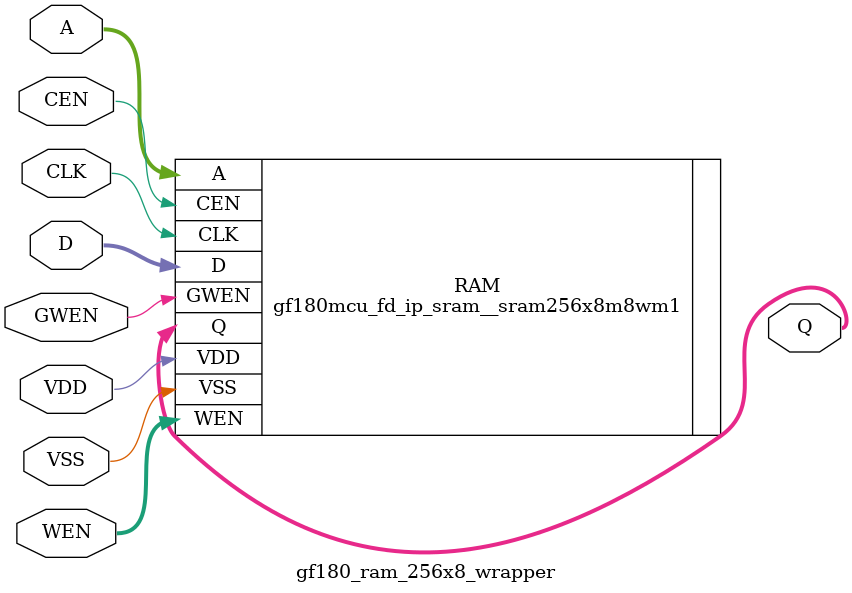
<source format=v>
module gf180_ram_256x8_wrapper (CEN,
    CLK,
    GWEN,
    VDD,
    VSS,
    A,
    D,
    Q,
    WEN);
 input CEN;
 input CLK;
 input GWEN;
 input VDD;
 input VSS;
 input [7:0] A;
 input [7:0] D;
 output [7:0] Q;
 input [7:0] WEN;


 gf180mcu_fd_ip_sram__sram256x8m8wm1 RAM (.CEN(CEN),
    .CLK(CLK),
    .GWEN(GWEN),
    .VDD(VDD),
    .VSS(VSS),
    .A({A[7],
    A[6],
    A[5],
    A[4],
    A[3],
    A[2],
    A[1],
    A[0]}),
    .D({D[7],
    D[6],
    D[5],
    D[4],
    D[3],
    D[2],
    D[1],
    D[0]}),
    .Q({Q[7],
    Q[6],
    Q[5],
    Q[4],
    Q[3],
    Q[2],
    Q[1],
    Q[0]}),
    .WEN({WEN[7],
    WEN[6],
    WEN[5],
    WEN[4],
    WEN[3],
    WEN[2],
    WEN[1],
    WEN[0]}));
endmodule

</source>
